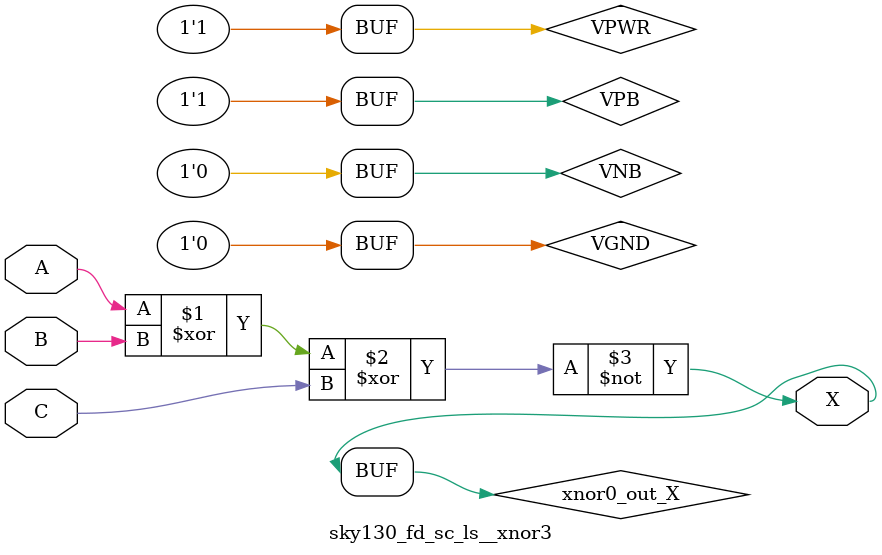
<source format=v>
/*
 * Copyright 2020 The SkyWater PDK Authors
 *
 * Licensed under the Apache License, Version 2.0 (the "License");
 * you may not use this file except in compliance with the License.
 * You may obtain a copy of the License at
 *
 *     https://www.apache.org/licenses/LICENSE-2.0
 *
 * Unless required by applicable law or agreed to in writing, software
 * distributed under the License is distributed on an "AS IS" BASIS,
 * WITHOUT WARRANTIES OR CONDITIONS OF ANY KIND, either express or implied.
 * See the License for the specific language governing permissions and
 * limitations under the License.
 *
 * SPDX-License-Identifier: Apache-2.0
*/


`ifndef SKY130_FD_SC_LS__XNOR3_BEHAVIORAL_V
`define SKY130_FD_SC_LS__XNOR3_BEHAVIORAL_V

/**
 * xnor3: 3-input exclusive NOR.
 *
 * Verilog simulation functional model.
 */

`timescale 1ns / 1ps
`default_nettype none

`celldefine
module sky130_fd_sc_ls__xnor3 (
    X,
    A,
    B,
    C
);

    // Module ports
    output X;
    input  A;
    input  B;
    input  C;

    // Module supplies
    supply1 VPWR;
    supply0 VGND;
    supply1 VPB ;
    supply0 VNB ;

    // Local signals
    wire xnor0_out_X;

    //   Name   Output       Other arguments
    xnor xnor0 (xnor0_out_X, A, B, C        );
    buf  buf0  (X          , xnor0_out_X    );

endmodule
`endcelldefine

`default_nettype wire
`endif  // SKY130_FD_SC_LS__XNOR3_BEHAVIORAL_V
</source>
